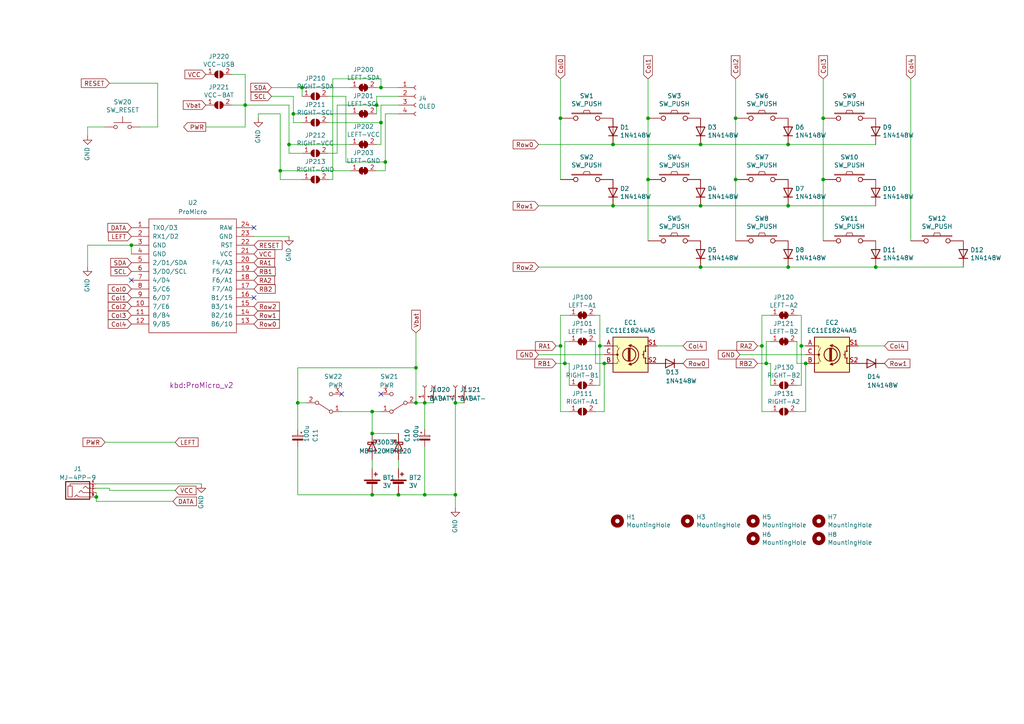
<source format=kicad_sch>
(kicad_sch (version 20211123) (generator eeschema)
  (paper "A4")
  (title_block (title "nilgiri (Left hand keypad)") (date "2019-09-26") (rev "0.01"))
  (lib_symbols
    (symbol "Connector:Conn_01x01_Female" (pin_names (offset 1.016) hide)
      (property "Reference" "J" (at 0 2.54 0))
      (property "Value" "Conn_01x01_Female" (at 0 -2.54 0))
      (symbol "Conn_01x01_Female_1_1"
        (polyline (pts (xy -1.27 0) (xy -0.508 0)) (stroke (width 0.1524)))
        (arc (start 0 0.508) (mid -0.508 0) (end 0 -0.508) (stroke (width 0.1524)))
        (pin passive line (at -5.08 0 0) (length 3.81) (name "Pin_1") (number "1"))
      )
    )
    (symbol "Connector:Conn_01x04_Female" (pin_names (offset 1.016) hide)
      (property "Reference" "J" (at 0 5.08 0))
      (property "Value" "Conn_01x04_Female" (at 0 -7.62 0))
      (symbol "Conn_01x04_Female_1_1"
        (arc (start 0 -4.572) (mid -0.508 -5.08) (end 0 -5.588) (stroke (width 0.1524)))
        (arc (start 0 -2.032) (mid -0.508 -2.54) (end 0 -3.048) (stroke (width 0.1524)))
        (polyline (pts (xy -1.27 -5.08) (xy -0.508 -5.08)) (stroke (width 0.1524)))
        (polyline (pts (xy -1.27 -2.54) (xy -0.508 -2.54)) (stroke (width 0.1524)))
        (polyline (pts (xy -1.27 0) (xy -0.508 0)) (stroke (width 0.1524)))
        (polyline (pts (xy -1.27 2.54) (xy -0.508 2.54)) (stroke (width 0.1524)))
        (arc (start 0 0.508) (mid -0.508 0) (end 0 -0.508) (stroke (width 0.1524)))
        (arc (start 0 3.048) (mid -0.508 2.54) (end 0 2.032) (stroke (width 0.1524)))
        (pin passive line (at -5.08 2.54 0) (length 3.81) (name "Pin_1") (number "1"))
        (pin passive line (at -5.08 0 0) (length 3.81) (name "Pin_2") (number "2"))
        (pin passive line (at -5.08 -2.54 0) (length 3.81) (name "Pin_3") (number "3"))
        (pin passive line (at -5.08 -5.08 0) (length 3.81) (name "Pin_4") (number "4"))
      )
    )
    (symbol "Device:Battery_Cell" (pin_numbers hide) (pin_names (offset 0) hide)
      (property "Reference" "BT" (at 2.54 2.54 0))
      (property "Value" "Battery_Cell" (at 2.54 0 0))
      (symbol "Battery_Cell_0_1"
        (rectangle (start -2.286 1.778) (end 2.286 1.524) (fill (type outline)))
        (rectangle (start -1.5748 1.1938) (end 1.4732 0.6858) (fill (type outline)))
        (polyline (pts (xy 0 0.762) (xy 0 0)))
        (polyline (pts (xy 0 1.778) (xy 0 2.54)))
        (polyline (pts (xy 0.508 3.429) (xy 1.524 3.429)) (stroke (width 0.254)))
        (polyline (pts (xy 1.016 3.937) (xy 1.016 2.921)) (stroke (width 0.254)))
      )
      (symbol "Battery_Cell_1_1"
        (pin passive line (at 0 5.08 270) (length 2.54) (name "+") (number "1"))
        (pin passive line (at 0 -2.54 90) (length 2.54) (name "-") (number "2"))
      )
    )
    (symbol "Device:D" (pin_numbers hide) (pin_names (offset 1.016) hide)
      (property "Reference" "D" (at 0 2.54 0))
      (property "Value" "D" (at 0 -2.54 0))
      (symbol "D_0_1"
        (polyline (pts (xy -1.27 1.27) (xy -1.27 -1.27)) (stroke (width 0.254)))
        (polyline (pts (xy 1.27 0) (xy -1.27 0)))
        (polyline (pts (xy 1.27 1.27) (xy 1.27 -1.27) (xy -1.27 0) (xy 1.27 1.27)) (stroke (width 0.254)))
      )
      (symbol "D_1_1"
        (pin passive line (at -3.81 0 0) (length 2.54) (name "K") (number "1"))
        (pin passive line (at 3.81 0 180) (length 2.54) (name "A") (number "2"))
      )
    )
    (symbol "Device:D_Schottky" (pin_numbers hide) (pin_names (offset 1.016) hide)
      (property "Reference" "D" (at 0 2.54 0))
      (property "Value" "D_Schottky" (at 0 -2.54 0))
      (symbol "D_Schottky_0_1"
        (polyline (pts (xy 1.27 0) (xy -1.27 0)))
        (polyline (pts (xy 1.27 1.27) (xy 1.27 -1.27) (xy -1.27 0) (xy 1.27 1.27)) (stroke (width 0.254)))
        (polyline (pts (xy -1.905 0.635) (xy -1.905 1.27) (xy -1.27 1.27) (xy -1.27 -1.27) (xy -0.635 -1.27) (xy -0.635 -0.635)) (stroke (width 0.254)))
      )
      (symbol "D_Schottky_1_1"
        (pin passive line (at -3.81 0 0) (length 2.54) (name "K") (number "1"))
        (pin passive line (at 3.81 0 180) (length 2.54) (name "A") (number "2"))
      )
    )
    (symbol "Jumper:SolderJumper_2_Bridged" (pin_names (offset 0) hide)
      (property "Reference" "JP" (at 0 2.032 0))
      (property "Value" "SolderJumper_2_Bridged" (at 0 -2.54 0))
      (symbol "SolderJumper_2_Bridged_0_1"
        (rectangle (start -0.508 0.508) (end 0.508 -0.508) (fill (type outline)))
        (arc (start -0.254 1.016) (mid -1.27 0) (end -0.254 -1.016))
        (arc (start -0.254 1.016) (mid -1.27 0) (end -0.254 -1.016) (fill (type outline)))
        (polyline (pts (xy -0.254 1.016) (xy -0.254 -1.016)))
        (polyline (pts (xy 0.254 1.016) (xy 0.254 -1.016)))
        (arc (start 0.254 -1.016) (mid 1.27 0) (end 0.254 1.016))
        (arc (start 0.254 -1.016) (mid 1.27 0) (end 0.254 1.016) (fill (type outline)))
      )
      (symbol "SolderJumper_2_Bridged_1_1"
        (pin passive line (at -3.81 0 0) (length 2.54) (name "A") (number "1"))
        (pin passive line (at 3.81 0 180) (length 2.54) (name "B") (number "2"))
      )
    )
    (symbol "Jumper:SolderJumper_2_Open" (pin_names (offset 0) hide)
      (property "Reference" "JP" (at 0 2.032 0))
      (property "Value" "SolderJumper_2_Open" (at 0 -2.54 0))
      (symbol "SolderJumper_2_Open_0_1"
        (arc (start -0.254 1.016) (mid -1.27 0) (end -0.254 -1.016))
        (arc (start -0.254 1.016) (mid -1.27 0) (end -0.254 -1.016) (fill (type outline)))
        (polyline (pts (xy -0.254 1.016) (xy -0.254 -1.016)))
        (polyline (pts (xy 0.254 1.016) (xy 0.254 -1.016)))
        (arc (start 0.254 -1.016) (mid 1.27 0) (end 0.254 1.016))
        (arc (start 0.254 -1.016) (mid 1.27 0) (end 0.254 1.016) (fill (type outline)))
      )
      (symbol "SolderJumper_2_Open_1_1"
        (pin passive line (at -3.81 0 0) (length 2.54) (name "A") (number "1"))
        (pin passive line (at 3.81 0 180) (length 2.54) (name "B") (number "2"))
      )
    )
    (symbol "Mechanical:MountingHole" (pin_names (offset 1.016))
      (property "Reference" "H" (at 0 5.08 0))
      (property "Value" "MountingHole" (at 0 3.175 0))
      (symbol "MountingHole_0_1"
        (circle (center 0 0) (radius 1.27) (stroke (width 1.27)))
      )
    )
    (symbol "Switch:SW_Push" (pin_numbers hide) (pin_names (offset 1.016) hide)
      (property "Reference" "SW" (at 1.27 2.54 0))
      (property "Value" "SW_Push" (at 0 -1.524 0))
      (symbol "SW_Push_0_1"
        (circle (center -2.032 0) (radius 0.508))
        (polyline (pts (xy 0 1.27) (xy 0 3.048)))
        (polyline (pts (xy 2.54 1.27) (xy -2.54 1.27)))
        (circle (center 2.032 0) (radius 0.508))
        (pin passive line (at -5.08 0 0) (length 2.54) (name "1") (number "1"))
        (pin passive line (at 5.08 0 180) (length 2.54) (name "2") (number "2"))
      )
    )
    (symbol "Switch:SW_SPDT" (pin_names (offset 0) hide)
      (property "Reference" "SW" (at 0 4.318 0))
      (property "Value" "SW_SPDT" (at 0 -5.08 0))
      (symbol "SW_SPDT_0_0"
        (circle (center -2.032 0) (radius 0.508))
        (circle (center 2.032 -2.54) (radius 0.508))
      )
      (symbol "SW_SPDT_0_1"
        (polyline (pts (xy -1.524 0.254) (xy 1.651 2.286)))
        (circle (center 2.032 2.54) (radius 0.508))
      )
      (symbol "SW_SPDT_1_1"
        (pin passive line (at 5.08 2.54 180) (length 2.54) (name "A") (number "1"))
        (pin passive line (at -5.08 0 0) (length 2.54) (name "B") (number "2"))
        (pin passive line (at 5.08 -2.54 180) (length 2.54) (name "C") (number "3"))
      )
    )
    (symbol "kbd:MJ-4PP-9" (pin_names (offset 1.016))
      (property "Reference" "J" (at 0 3.81 0))
      (property "Value" "MJ-4PP-9" (at 0 -3.81 0))
      (symbol "MJ-4PP-9_0_1"
        (rectangle (start -1.905 -1.905) (end -3.175 1.27))
        (polyline (pts (xy -2.54 1.27) (xy -2.54 1.905) (xy 3.175 1.905)))
        (polyline (pts (xy -1.27 -1.905) (xy -0.635 -1.27) (xy 0 -1.905) (xy 3.175 -1.905)))
        (polyline (pts (xy 0 -0.635) (xy 0.635 0) (xy 1.27 -0.635) (xy 3.175 -0.635)))
        (polyline (pts (xy 1.27 0.635) (xy 1.905 1.27) (xy 2.54 0.635) (xy 3.175 0.635)))
        (rectangle (start 3.175 2.54) (end -3.81 -2.54) (stroke (width 0.3048)))
      )
      (symbol "MJ-4PP-9_1_1"
        (pin input line (at 5.08 1.905 180) (length 2.0066) (name "~") (number "A"))
        (pin input line (at 5.08 -1.905 180) (length 2.0066) (name "~") (number "B"))
        (pin input line (at 5.08 -0.635 180) (length 2.0066) (name "~") (number "C"))
        (pin input line (at 5.08 0.635 180) (length 2.0066) (name "~") (number "D"))
      )
    )
    (symbol "palette1202-PM-rescue:CP_Small-Device" (pin_numbers hide) (pin_names (offset 0.254) hide)
      (property "Reference" "C" (at 0.254 1.778 0))
      (property "Value" "CP_Small-Device" (at 0.254 -2.032 0))
      (symbol "CP_Small-Device_0_1"
        (rectangle (start -1.524 -0.3048) (end 1.524 -0.6858) (fill (type outline)))
        (rectangle (start -1.524 0.6858) (end 1.524 0.3048))
        (polyline (pts (xy -1.27 1.524) (xy -0.762 1.524)))
        (polyline (pts (xy -1.016 1.27) (xy -1.016 1.778)))
      )
      (symbol "CP_Small-Device_1_1"
        (pin passive line (at 0 2.54 270) (length 1.8542) (name "~") (number "1"))
        (pin passive line (at 0 -2.54 90) (length 1.8542) (name "~") (number "2"))
      )
    )
    (symbol "palette1202-PM-rescue:ProMicro-kbd" (pin_names (offset 1.016))
      (property "Reference" "U" (at 0 24.13 0))
      (property "Value" "ProMicro-kbd" (at 0 -13.97 0))
      (symbol "ProMicro-kbd_0_1"
        (rectangle (start -12.7 21.59) (end 12.7 -11.43))
      )
      (symbol "ProMicro-kbd_1_1"
        (pin bidirectional line (at -17.78 19.05 0) (length 5.08) (name "TX0/D3") (number "1"))
        (pin bidirectional line (at -17.78 -3.81 0) (length 5.08) (name "7/E6") (number "10"))
        (pin bidirectional line (at -17.78 -6.35 0) (length 5.08) (name "8/B4") (number "11"))
        (pin bidirectional line (at -17.78 -8.89 0) (length 5.08) (name "9/B5") (number "12"))
        (pin bidirectional line (at 17.78 -8.89 180) (length 5.08) (name "B6/10") (number "13"))
        (pin bidirectional line (at 17.78 -6.35 180) (length 5.08) (name "B2/16") (number "14"))
        (pin bidirectional line (at 17.78 -3.81 180) (length 5.08) (name "B3/14") (number "15"))
        (pin bidirectional line (at 17.78 -1.27 180) (length 5.08) (name "B1/15") (number "16"))
        (pin bidirectional line (at 17.78 1.27 180) (length 5.08) (name "F7/A0") (number "17"))
        (pin bidirectional line (at 17.78 3.81 180) (length 5.08) (name "F6/A1") (number "18"))
        (pin bidirectional line (at 17.78 6.35 180) (length 5.08) (name "F5/A2") (number "19"))
        (pin bidirectional line (at -17.78 16.51 0) (length 5.08) (name "RX1/D2") (number "2"))
        (pin bidirectional line (at 17.78 8.89 180) (length 5.08) (name "F4/A3") (number "20"))
        (pin power_in line (at 17.78 11.43 180) (length 5.08) (name "VCC") (number "21"))
        (pin input line (at 17.78 13.97 180) (length 5.08) (name "RST") (number "22"))
        (pin power_in line (at 17.78 16.51 180) (length 5.08) (name "GND") (number "23"))
        (pin power_out line (at 17.78 19.05 180) (length 5.08) (name "RAW") (number "24"))
        (pin power_in line (at -17.78 13.97 0) (length 5.08) (name "GND") (number "3"))
        (pin power_in line (at -17.78 11.43 0) (length 5.08) (name "GND") (number "4"))
        (pin bidirectional line (at -17.78 8.89 0) (length 5.08) (name "2/D1/SDA") (number "5"))
        (pin bidirectional line (at -17.78 6.35 0) (length 5.08) (name "3/D0/SCL") (number "6"))
        (pin bidirectional line (at -17.78 3.81 0) (length 5.08) (name "4/D4") (number "7"))
        (pin bidirectional line (at -17.78 1.27 0) (length 5.08) (name "5/C6") (number "8"))
        (pin bidirectional line (at -17.78 -1.27 0) (length 5.08) (name "6/D7") (number "9"))
      )
    )
    (symbol "palette1202-PM-rescue:Rotary_Encoder_Switch-Device" (pin_names (offset 0.254) hide)
      (property "Reference" "SW" (at 0 6.604 0))
      (property "Value" "Rotary_Encoder_Switch-Device" (at 0 -6.604 0))
      (symbol "Rotary_Encoder_Switch-Device_0_1"
        (rectangle (start -5.08 5.08) (end 5.08 -5.08) (stroke (width 0.254)) (fill (type background)))
        (circle (center -3.81 0) (radius 0.254) (fill (type outline)))
        (arc (start -0.381 -2.794) (mid 2.3622 -0.0508) (end -0.381 2.667) (stroke (width 0.254)))
        (circle (center -0.381 0) (radius 1.905) (stroke (width 0.254)))
        (polyline (pts (xy -0.635 -1.778) (xy -0.635 1.778)) (stroke (width 0.254)))
        (polyline (pts (xy -0.381 -1.778) (xy -0.381 1.778)) (stroke (width 0.254)))
        (polyline (pts (xy -0.127 1.778) (xy -0.127 -1.778)) (stroke (width 0.254)))
        (polyline (pts (xy 3.81 0) (xy 3.429 0)) (stroke (width 0.254)))
        (polyline (pts (xy 3.81 1.016) (xy 3.81 -1.016)) (stroke (width 0.254)))
        (polyline (pts (xy -5.08 -2.54) (xy -3.81 -2.54) (xy -3.81 -2.032)))
        (polyline (pts (xy -5.08 2.54) (xy -3.81 2.54) (xy -3.81 2.032)))
        (polyline (pts (xy 0.254 -3.048) (xy -0.508 -2.794) (xy 0.127 -2.413)) (stroke (width 0.254)))
        (polyline (pts (xy 0.254 2.921) (xy -0.508 2.667) (xy 0.127 2.286)) (stroke (width 0.254)))
        (polyline (pts (xy 5.08 -2.54) (xy 4.318 -2.54) (xy 4.318 -1.016)) (stroke (width 0.254)))
        (polyline (pts (xy 5.08 2.54) (xy 4.318 2.54) (xy 4.318 1.016)) (stroke (width 0.254)))
        (polyline (pts (xy -5.08 0) (xy -3.81 0) (xy -3.81 -1.016) (xy -3.302 -2.032)))
        (polyline (pts (xy -4.318 0) (xy -3.81 0) (xy -3.81 1.016) (xy -3.302 2.032)))
        (circle (center 4.318 -1.016) (radius 0.127) (stroke (width 0.254)))
        (circle (center 4.318 1.016) (radius 0.127) (stroke (width 0.254)))
      )
      (symbol "Rotary_Encoder_Switch-Device_1_1"
        (pin passive line (at -7.62 2.54 0) (length 2.54) (name "A") (number "A"))
        (pin passive line (at -7.62 -2.54 0) (length 2.54) (name "B") (number "B"))
        (pin passive line (at -7.62 0 0) (length 2.54) (name "C") (number "C"))
        (pin passive line (at 7.62 2.54 180) (length 2.54) (name "S1") (number "S1"))
        (pin passive line (at 7.62 -2.54 180) (length 2.54) (name "S2") (number "S2"))
      )
    )
    (symbol "palette1202-PM-rescue:SW_PUSH-kbd" (pin_numbers hide) (pin_names (offset 1.016) hide)
      (property "Reference" "SW" (at 3.81 2.794 0))
      (property "Value" "SW_PUSH-kbd" (at 0 -2.032 0))
      (symbol "SW_PUSH-kbd_0_1"
        (rectangle (start -4.318 1.27) (end 4.318 1.524))
        (polyline (pts (xy -1.016 1.524) (xy -0.762 2.286) (xy 0.762 2.286) (xy 1.016 1.524)))
        (pin passive inverted (at -7.62 0 0) (length 5.08) (name "1") (number "1"))
        (pin passive inverted (at 7.62 0 180) (length 5.08) (name "2") (number "2"))
      )
    )
    (symbol "power:GND" (power) (pin_names (offset 0))
      (property "Value" "GND" (at 0 -3.81 0))
      (symbol "GND_0_1"
        (polyline (pts (xy 0 0) (xy 0 -1.27) (xy 1.27 -1.27) (xy 0 -2.54) (xy -1.27 -1.27) (xy 0 -1.27)))
      )
      (symbol "GND_1_1"
        (pin power_in line (at 0 0 270) (length 0) hide (name "GND") (number "1"))
      )
    )
  )
  (junction (at 107.95 143.51))
  (junction (at 222.25 105.41))
  (junction (at 238.76 52.07))
  (junction (at 38.1 71.12))
  (junction (at 162.56 34.29))
  (junction (at 81.28 49.53))
  (junction (at 123.19 116.84))
  (junction (at 110.49 35.56))
  (junction (at 228.6 41.91))
  (junction (at 71.12 30.48))
  (junction (at 86.36 116.84))
  (junction (at 254 77.47))
  (junction (at 203.2 77.47))
  (junction (at 87.63 25.4))
  (junction (at 173.99 100.33))
  (junction (at 177.8 59.69))
  (junction (at 203.2 59.69))
  (junction (at 238.76 34.29))
  (junction (at 175.26 105.41))
  (junction (at 132.08 116.84))
  (junction (at 111.76 46.99))
  (junction (at 107.95 119.38))
  (junction (at 27.94 144.145))
  (junction (at 83.82 41.91))
  (junction (at 120.65 106.68))
  (junction (at 187.96 52.07))
  (junction (at 213.36 52.07))
  (junction (at 228.6 77.47))
  (junction (at 163.83 105.41))
  (junction (at 213.36 34.29))
  (junction (at 162.56 100.33))
  (junction (at 220.98 100.33))
  (junction (at 110.49 25.4))
  (junction (at 228.6 59.69))
  (junction (at 109.22 30.48))
  (junction (at 107.95 125.73))
  (junction (at 132.08 143.51))
  (junction (at 233.68 105.41))
  (junction (at 120.65 116.84))
  (junction (at 85.09 33.02))
  (junction (at 187.96 34.29))
  (junction (at 115.57 143.51))
  (junction (at 203.2 41.91))
  (junction (at 232.41 100.33))
  (junction (at 177.8 41.91))
  (junction (at 123.19 143.51))
  (no_connect (at 38.1 81.28))
  (no_connect (at 73.66 86.36))
  (no_connect (at 110.49 114.3))
  (no_connect (at 99.06 114.3))
  (no_connect (at 73.66 66.04))
  (wire (pts (xy 109.22 30.48) (xy 109.22 33.02)))
  (wire (pts (xy 107.95 119.38) (xy 107.95 125.73)))
  (wire (pts (xy 25.4 39.37) (xy 25.4 36.83)))
  (wire (pts (xy 132.08 116.84) (xy 132.08 143.51)))
  (wire (pts (xy 228.6 77.47) (xy 254 77.47)))
  (wire (pts (xy 165.1 111.76) (xy 165.1 105.41)))
  (wire (pts (xy 162.56 22.86) (xy 162.56 34.29)))
  (wire (pts (xy 111.76 33.02) (xy 115.57 33.02)))
  (wire (pts (xy 109.22 49.53) (xy 111.76 49.53)))
  (wire (pts (xy 222.25 105.41) (xy 219.71 105.41)))
  (wire (pts (xy 81.28 49.53) (xy 81.28 33.02)))
  (wire (pts (xy 213.36 52.07) (xy 213.36 69.85)))
  (wire (pts (xy 83.82 44.45) (xy 87.63 44.45)))
  (wire (pts (xy 67.31 21.59) (xy 71.12 21.59)))
  (wire (pts (xy 109.22 27.94) (xy 109.22 30.48)))
  (wire (pts (xy 132.08 143.51) (xy 132.08 147.32)))
  (wire (pts (xy 83.82 41.91) (xy 83.82 44.45)))
  (wire (pts (xy 31.75 141.605) (xy 31.75 142.24)))
  (wire (pts (xy 71.12 30.48) (xy 83.82 30.48)))
  (wire (pts (xy 233.68 100.33) (xy 232.41 100.33)))
  (wire (pts (xy 83.82 41.91) (xy 101.6 41.91)))
  (wire (pts (xy 110.49 25.4) (xy 115.57 25.4)))
  (wire (pts (xy 38.1 73.66) (xy 38.1 71.12)))
  (wire (pts (xy 115.57 133.35) (xy 115.57 135.89)))
  (wire (pts (xy 156.21 102.87) (xy 175.26 102.87)))
  (wire (pts (xy 27.94 145.415) (xy 27.94 144.145)))
  (wire (pts (xy 238.76 69.85) (xy 238.76 52.07)))
  (wire (pts (xy 85.09 33.02) (xy 101.6 33.02)))
  (wire (pts (xy 177.8 59.69) (xy 203.2 59.69)))
  (wire (pts (xy 232.41 91.44) (xy 232.41 100.33)))
  (wire (pts (xy 220.98 100.33) (xy 219.71 100.33)))
  (wire (pts (xy 220.98 119.38) (xy 223.52 119.38)))
  (wire (pts (xy 86.36 124.46) (xy 86.36 116.84)))
  (wire (pts (xy 100.33 46.99) (xy 111.76 46.99)))
  (wire (pts (xy 85.09 35.56) (xy 85.09 33.02)))
  (wire (pts (xy 163.83 99.06) (xy 163.83 105.41)))
  (wire (pts (xy 25.4 71.12) (xy 25.4 77.47)))
  (wire (pts (xy 233.68 105.41) (xy 233.68 119.38)))
  (wire (pts (xy 203.2 41.91) (xy 228.6 41.91)))
  (wire (pts (xy 187.96 34.29) (xy 187.96 52.07)))
  (wire (pts (xy 173.99 91.44) (xy 173.99 100.33)))
  (wire (pts (xy 228.6 41.91) (xy 254 41.91)))
  (wire (pts (xy 115.57 143.51) (xy 123.19 143.51)))
  (wire (pts (xy 97.79 30.48) (xy 109.22 30.48)))
  (wire (pts (xy 71.12 36.83) (xy 59.69 36.83)))
  (wire (pts (xy 123.19 129.54) (xy 123.19 143.51)))
  (wire (pts (xy 83.82 30.48) (xy 83.82 41.91)))
  (wire (pts (xy 30.48 128.27) (xy 50.8 128.27)))
  (wire (pts (xy 67.31 30.48) (xy 71.12 30.48)))
  (wire (pts (xy 123.19 143.51) (xy 132.08 143.51)))
  (wire (pts (xy 27.94 142.875) (xy 27.94 144.145)))
  (wire (pts (xy 88.9 116.84) (xy 86.36 116.84)))
  (wire (pts (xy 172.72 105.41) (xy 175.26 105.41)))
  (wire (pts (xy 50.8 142.24) (xy 31.75 142.24)))
  (wire (pts (xy 86.36 116.84) (xy 86.36 106.68)))
  (wire (pts (xy 87.63 27.94) (xy 87.63 25.4)))
  (wire (pts (xy 110.49 22.86) (xy 110.49 25.4)))
  (wire (pts (xy 81.28 49.53) (xy 81.28 52.07)))
  (wire (pts (xy 86.36 106.68) (xy 120.65 106.68)))
  (wire (pts (xy 99.06 119.38) (xy 107.95 119.38)))
  (wire (pts (xy 101.6 49.53) (xy 81.28 49.53)))
  (wire (pts (xy 177.8 41.91) (xy 203.2 41.91)))
  (wire (pts (xy 81.28 52.07) (xy 87.63 52.07)))
  (wire (pts (xy 95.25 52.07) (xy 96.52 52.07)))
  (wire (pts (xy 110.49 41.91) (xy 109.22 41.91)))
  (wire (pts (xy 214.63 102.87) (xy 233.68 102.87)))
  (wire (pts (xy 120.65 116.84) (xy 123.19 116.84)))
  (wire (pts (xy 111.76 49.53) (xy 111.76 46.99)))
  (wire (pts (xy 232.41 91.44) (xy 231.14 91.44)))
  (wire (pts (xy 96.52 22.86) (xy 110.49 22.86)))
  (wire (pts (xy 87.63 35.56) (xy 85.09 35.56)))
  (wire (pts (xy 231.14 111.76) (xy 232.41 111.76)))
  (wire (pts (xy 231.14 119.38) (xy 233.68 119.38)))
  (wire (pts (xy 31.75 24.13) (xy 45.72 24.13)))
  (wire (pts (xy 172.72 99.06) (xy 172.72 105.41)))
  (wire (pts (xy 100.33 27.94) (xy 100.33 46.99)))
  (wire (pts (xy 83.82 68.58) (xy 73.66 68.58)))
  (wire (pts (xy 107.95 125.73) (xy 115.57 125.73)))
  (wire (pts (xy 101.6 25.4) (xy 87.63 25.4)))
  (wire (pts (xy 162.56 119.38) (xy 165.1 119.38)))
  (wire (pts (xy 38.1 71.12) (xy 25.4 71.12)))
  (wire (pts (xy 162.56 100.33) (xy 162.56 91.44)))
  (wire (pts (xy 228.6 59.69) (xy 254 59.69)))
  (wire (pts (xy 190.5 100.33) (xy 198.12 100.33)))
  (wire (pts (xy 71.12 30.48) (xy 71.12 36.83)))
  (wire (pts (xy 45.72 24.13) (xy 45.72 36.83)))
  (wire (pts (xy 173.99 91.44) (xy 172.72 91.44)))
  (wire (pts (xy 256.54 100.33) (xy 248.92 100.33)))
  (wire (pts (xy 264.16 22.86) (xy 264.16 69.85)))
  (wire (pts (xy 231.14 99.06) (xy 231.14 105.41)))
  (wire (pts (xy 86.36 143.51) (xy 107.95 143.51)))
  (wire (pts (xy 254 77.47) (xy 279.4 77.47)))
  (wire (pts (xy 213.36 22.86) (xy 213.36 34.29)))
  (wire (pts (xy 107.95 135.89) (xy 107.95 133.35)))
  (wire (pts (xy 238.76 34.29) (xy 238.76 22.86)))
  (wire (pts (xy 95.25 44.45) (xy 97.79 44.45)))
  (wire (pts (xy 172.72 111.76) (xy 173.99 111.76)))
  (wire (pts (xy 111.76 46.99) (xy 111.76 33.02)))
  (wire (pts (xy 222.25 99.06) (xy 222.25 105.41)))
  (wire (pts (xy 232.41 100.33) (xy 232.41 111.76)))
  (wire (pts (xy 172.72 119.38) (xy 175.26 119.38)))
  (wire (pts (xy 238.76 52.07) (xy 238.76 34.29)))
  (wire (pts (xy 120.65 106.68) (xy 120.65 116.84)))
  (wire (pts (xy 165.1 105.41) (xy 163.83 105.41)))
  (wire (pts (xy 115.57 27.94) (xy 109.22 27.94)))
  (wire (pts (xy 123.19 116.84) (xy 125.73 116.84)))
  (wire (pts (xy 134.62 116.84) (xy 132.08 116.84)))
  (wire (pts (xy 156.21 41.91) (xy 177.8 41.91)))
  (wire (pts (xy 175.26 100.33) (xy 173.99 100.33)))
  (wire (pts (xy 109.22 25.4) (xy 110.49 25.4)))
  (wire (pts (xy 187.96 52.07) (xy 187.96 69.85)))
  (wire (pts (xy 213.36 34.29) (xy 213.36 52.07)))
  (wire (pts (xy 120.65 96.52) (xy 120.65 106.68)))
  (wire (pts (xy 25.4 36.83) (xy 30.48 36.83)))
  (wire (pts (xy 107.95 143.51) (xy 115.57 143.51)))
  (wire (pts (xy 173.99 100.33) (xy 173.99 111.76)))
  (wire (pts (xy 175.26 105.41) (xy 175.26 119.38)))
  (wire (pts (xy 110.49 30.48) (xy 110.49 35.56)))
  (wire (pts (xy 223.52 99.06) (xy 222.25 99.06)))
  (wire (pts (xy 220.98 100.33) (xy 220.98 119.38)))
  (wire (pts (xy 162.56 100.33) (xy 161.29 100.33)))
  (wire (pts (xy 78.74 27.94) (xy 85.09 27.94)))
  (wire (pts (xy 86.36 129.54) (xy 86.36 143.51)))
  (wire (pts (xy 165.1 91.44) (xy 162.56 91.44)))
  (wire (pts (xy 163.83 105.41) (xy 161.29 105.41)))
  (wire (pts (xy 231.14 105.41) (xy 233.68 105.41)))
  (wire (pts (xy 162.56 34.29) (xy 162.56 52.07)))
  (wire (pts (xy 74.93 33.02) (xy 74.93 34.29)))
  (wire (pts (xy 220.98 100.33) (xy 220.98 91.44)))
  (wire (pts (xy 110.49 119.38) (xy 107.95 119.38)))
  (wire (pts (xy 110.49 35.56) (xy 110.49 41.91)))
  (wire (pts (xy 203.2 77.47) (xy 228.6 77.47)))
  (wire (pts (xy 71.12 21.59) (xy 71.12 30.48)))
  (wire (pts (xy 203.2 59.69) (xy 228.6 59.69)))
  (wire (pts (xy 50.165 145.415) (xy 27.94 145.415)))
  (wire (pts (xy 74.93 33.02) (xy 81.28 33.02)))
  (wire (pts (xy 156.21 77.47) (xy 203.2 77.47)))
  (wire (pts (xy 96.52 52.07) (xy 96.52 22.86)))
  (wire (pts (xy 27.94 140.335) (xy 58.42 140.335)))
  (wire (pts (xy 223.52 111.76) (xy 223.52 105.41)))
  (wire (pts (xy 85.09 27.94) (xy 85.09 33.02)))
  (wire (pts (xy 187.96 22.86) (xy 187.96 34.29)))
  (wire (pts (xy 95.25 35.56) (xy 110.49 35.56)))
  (wire (pts (xy 95.25 27.94) (xy 100.33 27.94)))
  (wire (pts (xy 223.52 105.41) (xy 222.25 105.41)))
  (wire (pts (xy 162.56 100.33) (xy 162.56 119.38)))
  (wire (pts (xy 123.19 124.46) (xy 123.19 116.84)))
  (wire (pts (xy 87.63 25.4) (xy 78.74 25.4)))
  (wire (pts (xy 156.21 59.69) (xy 177.8 59.69)))
  (wire (pts (xy 97.79 44.45) (xy 97.79 30.48)))
  (wire (pts (xy 115.57 30.48) (xy 110.49 30.48)))
  (wire (pts (xy 27.94 141.605) (xy 31.75 141.605)))
  (wire (pts (xy 165.1 99.06) (xy 163.83 99.06)))
  (wire (pts (xy 223.52 91.44) (xy 220.98 91.44)))
  (wire (pts (xy 40.64 36.83) (xy 45.72 36.83)))
  (global_label "Row2" (shape input) (at 156.21 77.47 180) (property "Intersheet References" "${INTERSHEET_REFS}" (effects hide)))
  (global_label "PWR" (shape input) (at 30.48 128.27 180) (property "Intersheet References" "${INTERSHEET_REFS}" (effects hide)))
  (global_label "RESET" (shape input) (at 73.66 71.12 0) (property "Intersheet References" "${INTERSHEET_REFS}" (effects hide)))
  (global_label "VCC" (shape input) (at 50.8 142.24 0) (property "Intersheet References" "${INTERSHEET_REFS}" (effects hide)))
  (global_label "Col0" (shape input) (at 162.56 22.86 90) (property "Intersheet References" "${INTERSHEET_REFS}" (effects hide)))
  (global_label "DATA" (shape input) (at 50.165 145.415 0) (property "Intersheet References" "${INTERSHEET_REFS}" (effects hide)))
  (global_label "DATA" (shape input) (at 38.1 66.04 180) (property "Intersheet References" "${INTERSHEET_REFS}" (effects hide)))
  (global_label "Row1" (shape input) (at 256.54 105.41 0) (property "Intersheet References" "${INTERSHEET_REFS}" (effects hide)))
  (global_label "VCC" (shape input) (at 73.66 73.66 0) (property "Intersheet References" "${INTERSHEET_REFS}" (effects hide)))
  (global_label "SCL" (shape input) (at 38.1 78.74 180) (property "Intersheet References" "${INTERSHEET_REFS}" (effects hide)))
  (global_label "RB1" (shape input) (at 73.66 78.74 0) (property "Intersheet References" "${INTERSHEET_REFS}" (effects hide)))
  (global_label "Col4" (shape input) (at 264.16 22.86 90) (property "Intersheet References" "${INTERSHEET_REFS}" (effects hide)))
  (global_label "Col2" (shape input) (at 38.1 88.9 180) (property "Intersheet References" "${INTERSHEET_REFS}" (effects hide)))
  (global_label "PWR" (shape output) (at 59.69 36.83 180) (property "Intersheet References" "${INTERSHEET_REFS}" (effects hide)))
  (global_label "Row2" (shape input) (at 73.66 88.9 0) (property "Intersheet References" "${INTERSHEET_REFS}" (effects hide)))
  (global_label "Vbat" (shape input) (at 120.65 96.52 90) (property "Intersheet References" "${INTERSHEET_REFS}" (effects hide)))
  (global_label "Col4" (shape input) (at 198.12 100.33 0) (property "Intersheet References" "${INTERSHEET_REFS}" (effects hide)))
  (global_label "RB1" (shape input) (at 161.29 105.41 180) (property "Intersheet References" "${INTERSHEET_REFS}" (effects hide)))
  (global_label "Row0" (shape input) (at 198.12 105.41 0) (property "Intersheet References" "${INTERSHEET_REFS}" (effects hide)))
  (global_label "RB2" (shape input) (at 219.71 105.41 180) (property "Intersheet References" "${INTERSHEET_REFS}" (effects hide)))
  (global_label "RA2" (shape input) (at 219.71 100.33 180) (property "Intersheet References" "${INTERSHEET_REFS}" (effects hide)))
  (global_label "SCL" (shape input) (at 78.74 27.94 180) (property "Intersheet References" "${INTERSHEET_REFS}" (effects hide)))
  (global_label "RA2" (shape input) (at 73.66 81.28 0) (property "Intersheet References" "${INTERSHEET_REFS}" (effects hide)))
  (global_label "Col0" (shape input) (at 38.1 83.82 180) (property "Intersheet References" "${INTERSHEET_REFS}" (effects hide)))
  (global_label "Col1" (shape input) (at 187.96 22.86 90) (property "Intersheet References" "${INTERSHEET_REFS}" (effects hide)))
  (global_label "Col3" (shape input) (at 38.1 91.44 180) (property "Intersheet References" "${INTERSHEET_REFS}" (effects hide)))
  (global_label "Row0" (shape input) (at 73.66 93.98 0) (property "Intersheet References" "${INTERSHEET_REFS}" (effects hide)))
  (global_label "Col4" (shape input) (at 256.54 100.33 0) (property "Intersheet References" "${INTERSHEET_REFS}" (effects hide)))
  (global_label "SDA" (shape input) (at 38.1 76.2 180) (property "Intersheet References" "${INTERSHEET_REFS}" (effects hide)))
  (global_label "Vbat" (shape input) (at 59.69 30.48 180) (property "Intersheet References" "${INTERSHEET_REFS}" (effects hide)))
  (global_label "VCC" (shape input) (at 59.69 21.59 180) (property "Intersheet References" "${INTERSHEET_REFS}" (effects hide)))
  (global_label "Col2" (shape input) (at 213.36 22.86 90) (property "Intersheet References" "${INTERSHEET_REFS}" (effects hide)))
  (global_label "Col3" (shape input) (at 238.76 22.86 90) (property "Intersheet References" "${INTERSHEET_REFS}" (effects hide)))
  (global_label "GND" (shape input) (at 156.21 102.87 180) (property "Intersheet References" "${INTERSHEET_REFS}" (effects hide)))
  (global_label "Col4" (shape input) (at 38.1 93.98 180) (property "Intersheet References" "${INTERSHEET_REFS}" (effects hide)))
  (global_label "RA1" (shape input) (at 161.29 100.33 180) (property "Intersheet References" "${INTERSHEET_REFS}" (effects hide)))
  (global_label "Row0" (shape input) (at 156.21 41.91 180) (property "Intersheet References" "${INTERSHEET_REFS}" (effects hide)))
  (global_label "LEFT" (shape input) (at 38.1 68.58 180) (property "Intersheet References" "${INTERSHEET_REFS}" (effects hide)))
  (global_label "RB2" (shape input) (at 73.66 83.82 0) (property "Intersheet References" "${INTERSHEET_REFS}" (effects hide)))
  (global_label "Row1" (shape input) (at 73.66 91.44 0) (property "Intersheet References" "${INTERSHEET_REFS}" (effects hide)))
  (global_label "RESET" (shape input) (at 31.75 24.13 180) (property "Intersheet References" "${INTERSHEET_REFS}" (effects hide)))
  (global_label "RA1" (shape input) (at 73.66 76.2 0) (property "Intersheet References" "${INTERSHEET_REFS}" (effects hide)))
  (global_label "GND" (shape input) (at 214.63 102.87 180) (property "Intersheet References" "${INTERSHEET_REFS}" (effects hide)))
  (global_label "SDA" (shape input) (at 78.74 25.4 180) (property "Intersheet References" "${INTERSHEET_REFS}" (effects hide)))
  (global_label "LEFT" (shape input) (at 50.8 128.27 0) (property "Intersheet References" "${INTERSHEET_REFS}" (effects hide)))
  (global_label "Col1" (shape input) (at 38.1 86.36 180) (property "Intersheet References" "${INTERSHEET_REFS}" (effects hide)))
  (global_label "Row1" (shape input) (at 156.21 59.69 180) (property "Intersheet References" "${INTERSHEET_REFS}" (effects hide)))
  (symbol (lib_id "palette1202-PM-rescue:SW_PUSH-kbd") (at 170.18 34.29 0) (unit 1)
    (property "Reference" "SW1" (at 170.18 27.813 0))
    (property "Value" "SW_PUSH" (at 170.18 30.1244 0))
    (property "Footprint" "nilgiri:CherryMX_Choc_Hotswap" (effects hide))
  )
  (symbol (lib_id "Device:D") (at 177.8 38.1 90) (unit 1)
    (property "Reference" "D1" (at 179.8066 36.9316 90) (effects (justify right)))
    (property "Value" "1N4148W" (at 179.8066 39.243 90) (effects (justify right)))
    (property "Footprint" "kbd:D3_TH_SMD" (effects hide))
  )
  (symbol (lib_id "palette1202-PM-rescue:SW_PUSH-kbd") (at 170.18 52.07 0) (unit 1)
    (property "Reference" "SW2" (at 170.18 45.593 0))
    (property "Value" "SW_PUSH" (at 170.18 47.9044 0))
    (property "Footprint" "nilgiri:CherryMX_Choc_Hotswap" (effects hide))
  )
  (symbol (lib_id "Device:D") (at 177.8 55.88 90) (unit 1)
    (property "Reference" "D2" (at 179.8066 54.7116 90) (effects (justify right)))
    (property "Value" "1N4148W" (at 179.8066 57.023 90) (effects (justify right)))
    (property "Footprint" "kbd:D3_TH_SMD" (effects hide))
  )
  (symbol (lib_id "palette1202-PM-rescue:SW_PUSH-kbd") (at 195.58 52.07 0) (unit 1)
    (property "Reference" "SW4" (at 195.58 45.593 0))
    (property "Value" "SW_PUSH" (at 195.58 47.9044 0))
    (property "Footprint" "nilgiri:CherryMX_Choc_Hotswap" (effects hide))
  )
  (symbol (lib_id "Device:D") (at 203.2 55.88 90) (unit 1)
    (property "Reference" "D4" (at 205.2066 54.7116 90) (effects (justify right)))
    (property "Value" "1N4148W" (at 205.2066 57.023 90) (effects (justify right)))
    (property "Footprint" "kbd:D3_TH_SMD" (effects hide))
  )
  (symbol (lib_id "palette1202-PM-rescue:SW_PUSH-kbd") (at 195.58 34.29 0) (unit 1)
    (property "Reference" "SW3" (at 195.58 27.813 0))
    (property "Value" "SW_PUSH" (at 195.58 30.1244 0))
    (property "Footprint" "nilgiri:CherryMX_Choc_Hotswap" (effects hide))
  )
  (symbol (lib_id "Device:D") (at 203.2 38.1 90) (unit 1)
    (property "Reference" "D3" (at 205.2066 36.9316 90) (effects (justify right)))
    (property "Value" "1N4148W" (at 205.2066 39.243 90) (effects (justify right)))
    (property "Footprint" "kbd:D3_TH_SMD" (effects hide))
  )
  (symbol (lib_id "palette1202-PM-rescue:SW_PUSH-kbd") (at 220.98 69.85 0) (unit 1)
    (property "Reference" "SW8" (at 220.98 63.373 0))
    (property "Value" "SW_PUSH" (at 220.98 65.6844 0))
    (property "Footprint" "nilgiri:CherryMX_Choc_Hotswap" (effects hide))
  )
  (symbol (lib_id "Device:D") (at 228.6 73.66 90) (unit 1)
    (property "Reference" "D8" (at 230.6066 72.4916 90) (effects (justify right)))
    (property "Value" "1N4148W" (at 230.6066 74.803 90) (effects (justify right)))
    (property "Footprint" "kbd:D3_TH_SMD" (effects hide))
  )
  (symbol (lib_id "palette1202-PM-rescue:SW_PUSH-kbd") (at 220.98 34.29 0) (unit 1)
    (property "Reference" "SW6" (at 220.98 27.813 0))
    (property "Value" "SW_PUSH" (at 220.98 30.1244 0))
    (property "Footprint" "nilgiri:CherryMX_Choc_Hotswap" (effects hide))
  )
  (symbol (lib_id "Device:D") (at 228.6 38.1 90) (unit 1)
    (property "Reference" "D6" (at 230.6066 36.9316 90) (effects (justify right)))
    (property "Value" "1N4148W" (at 230.6066 39.243 90) (effects (justify right)))
    (property "Footprint" "kbd:D3_TH_SMD" (effects hide))
  )
  (symbol (lib_id "palette1202-PM-rescue:SW_PUSH-kbd") (at 220.98 52.07 0) (unit 1)
    (property "Reference" "SW7" (at 220.98 45.593 0))
    (property "Value" "SW_PUSH" (at 220.98 47.9044 0))
    (property "Footprint" "nilgiri:CherryMX_Choc_Hotswap" (effects hide))
  )
  (symbol (lib_id "Device:D") (at 228.6 55.88 90) (unit 1)
    (property "Reference" "D7" (at 230.6066 54.7116 90) (effects (justify right)))
    (property "Value" "1N4148W" (at 230.6066 57.023 90) (effects (justify right)))
    (property "Footprint" "kbd:D3_TH_SMD" (effects hide))
  )
  (symbol (lib_id "palette1202-PM-rescue:SW_PUSH-kbd") (at 246.38 52.07 0) (unit 1)
    (property "Reference" "SW10" (at 246.38 45.593 0))
    (property "Value" "SW_PUSH" (at 246.38 47.9044 0))
    (property "Footprint" "nilgiri:CherryMX_Choc_Hotswap" (effects hide))
  )
  (symbol (lib_id "Device:D") (at 254 55.88 90) (unit 1)
    (property "Reference" "D10" (at 256.0066 54.7116 90) (effects (justify right)))
    (property "Value" "1N4148W" (at 256.0066 57.023 90) (effects (justify right)))
    (property "Footprint" "kbd:D3_TH_SMD" (effects hide))
  )
  (symbol (lib_id "palette1202-PM-rescue:SW_PUSH-kbd") (at 246.38 34.29 0) (unit 1)
    (property "Reference" "SW9" (at 246.38 27.813 0))
    (property "Value" "SW_PUSH" (at 246.38 30.1244 0))
    (property "Footprint" "nilgiri:CherryMX_Choc_Hotswap" (effects hide))
  )
  (symbol (lib_id "Device:D") (at 254 38.1 90) (unit 1)
    (property "Reference" "D9" (at 256.0066 36.9316 90) (effects (justify right)))
    (property "Value" "1N4148W" (at 256.0066 39.243 90) (effects (justify right)))
    (property "Footprint" "kbd:D3_TH_SMD" (effects hide))
  )
  (symbol (lib_id "palette1202-PM-rescue:SW_PUSH-kbd") (at 246.38 69.85 0) (unit 1)
    (property "Reference" "SW11" (at 246.38 63.373 0))
    (property "Value" "SW_PUSH" (at 246.38 65.6844 0))
    (property "Footprint" "nilgiri:CherryMX_Choc_Hotswap" (effects hide))
  )
  (symbol (lib_id "Device:D") (at 254 73.66 90) (unit 1)
    (property "Reference" "D11" (at 256.0066 72.4916 90) (effects (justify right)))
    (property "Value" "1N4148W" (at 256.0066 74.803 90) (effects (justify right)))
    (property "Footprint" "kbd:D3_TH_SMD" (effects hide))
  )
  (symbol (lib_id "palette1202-PM-rescue:SW_PUSH-kbd") (at 271.78 69.85 0) (unit 1)
    (property "Reference" "SW12" (at 271.78 63.373 0))
    (property "Value" "SW_PUSH" (at 271.78 65.6844 0))
    (property "Footprint" "nilgiri:CherryMX_Choc_Hotswap" (effects hide))
  )
  (symbol (lib_id "Device:D") (at 279.4 73.66 90) (unit 1)
    (property "Reference" "D12" (at 281.4066 72.4916 90) (effects (justify right)))
    (property "Value" "1N4148W" (at 281.4066 74.803 90) (effects (justify right)))
    (property "Footprint" "kbd:D3_TH_SMD" (effects hide))
  )
  (symbol (lib_id "palette1202-PM-rescue:SW_PUSH-kbd") (at 195.58 69.85 0) (unit 1)
    (property "Reference" "SW5" (at 195.58 63.373 0))
    (property "Value" "SW_PUSH" (at 195.58 65.6844 0))
    (property "Footprint" "nilgiri:CherryMX_Choc_Hotswap" (effects hide))
  )
  (symbol (lib_id "Device:D") (at 203.2 73.66 90) (unit 1)
    (property "Reference" "D5" (at 205.2066 72.4916 90) (effects (justify right)))
    (property "Value" "1N4148W" (at 205.2066 74.803 90) (effects (justify right)))
    (property "Footprint" "kbd:D3_TH_SMD" (effects hide))
  )
  (symbol (lib_id "palette1202-PM-rescue:Rotary_Encoder_Switch-Device") (at 182.88 102.87 0) (unit 1)
    (property "Reference" "EC1" (at 182.88 93.5482 0))
    (property "Value" "EC11E18244A5" (at 182.88 95.8596 0))
    (property "Footprint" "Rotary_Encoder:RotaryEncoder_Alps_EC11E-Switch_Vertical_H20mm" (effects hide))
  )
  (symbol (lib_id "palette1202-PM-rescue:Rotary_Encoder_Switch-Device") (at 241.3 102.87 0) (unit 1)
    (property "Reference" "EC2" (at 241.3 93.5482 0))
    (property "Value" "EC11E18244A5" (at 241.3 95.8596 0))
    (property "Footprint" "Rotary_Encoder:RotaryEncoder_Alps_EC11E-Switch_Vertical_H20mm" (effects hide))
  )
  (symbol (lib_id "Switch:SW_Push") (at 35.56 36.83 0) (unit 1)
    (property "Reference" "SW20" (at 35.56 29.591 0))
    (property "Value" "SW_RESET" (at 35.56 31.9024 0))
    (property "Footprint" "kbd:ResetSW_1side" (effects hide))
  )
  (symbol (lib_id "Device:D") (at 252.73 105.41 180) (unit 1)
    (property "Reference" "D14" (at 251.46 109.22 0) (effects (justify right)))
    (property "Value" "1N4148W" (at 251.46 111.76 0) (effects (justify right)))
    (property "Footprint" "kbd:D3_TH_SMD" (effects hide))
  )
  (symbol (lib_id "Device:D") (at 194.31 105.41 180) (unit 1)
    (property "Reference" "D13" (at 193.04 107.95 0) (effects (justify right)))
    (property "Value" "1N4148W" (at 193.04 110.49 0) (effects (justify right)))
    (property "Footprint" "kbd:D3_TH_SMD" (effects hide))
  )
  (symbol (lib_id "Device:Battery_Cell") (at 107.95 140.97 0) (unit 1)
    (property "Reference" "BT1" (at 110.9472 138.5316 0) (effects (justify left)))
    (property "Value" "3V" (at 110.9472 140.843 0) (effects (justify left)))
    (property "Footprint" "nilgiri:HU1632" (effects hide))
  )
  (symbol (lib_id "palette1202-PM-rescue:ProMicro-kbd") (at 55.88 85.09 0) (unit 1)
    (property "Reference" "U2" (at 55.88 58.7502 0))
    (property "Value" "ProMicro" (at 55.88 61.4426 0))
    (property "Footprint" "kbd:ProMicro_v2" (at 58.42 111.76 0) (effects (font (size 1.524 1.524))))
  )
  (symbol (lib_id "palette1202-PM-rescue:CP_Small-Device") (at 123.19 127 0) (unit 1)
    (property "Reference" "C10" (at 118.11 128.27 90) (effects (justify left)))
    (property "Value" "100u" (at 120.65 128.27 90) (effects (justify left)))
    (property "Footprint" "Capacitor_Tantalum_SMD:CP_EIA-3216-10_Kemet-I_Pad1.58x1.35mm_HandSolder" (effects hide))
  )
  (symbol (lib_id "Mechanical:MountingHole") (at 218.44 156.21 0) (unit 1)
    (property "Reference" "H6" (at 220.98 155.0416 0) (effects (justify left)))
    (property "Value" "MountingHole" (at 220.98 157.353 0) (effects (justify left)))
    (property "Footprint" "nilgiri:M2_spacer" (effects hide))
  )
  (symbol (lib_id "Mechanical:MountingHole") (at 179.07 151.13 0) (unit 1)
    (property "Reference" "H1" (at 181.61 149.9616 0) (effects (justify left)))
    (property "Value" "MountingHole" (at 181.61 152.273 0) (effects (justify left)))
    (property "Footprint" "nilgiri:M2_vis" (effects hide))
  )
  (symbol (lib_id "Mechanical:MountingHole") (at 218.44 151.13 0) (unit 1)
    (property "Reference" "H5" (at 220.98 149.9616 0) (effects (justify left)))
    (property "Value" "MountingHole" (at 220.98 152.273 0) (effects (justify left)))
    (property "Footprint" "nilgiri:M2_spacer" (effects hide))
  )
  (symbol (lib_id "Mechanical:MountingHole") (at 199.39 151.13 0) (unit 1)
    (property "Reference" "H3" (at 201.93 149.9616 0) (effects (justify left)))
    (property "Value" "MountingHole" (at 201.93 152.273 0) (effects (justify left)))
    (property "Footprint" "nilgiri:M2_vis" (effects hide))
  )
  (symbol (lib_id "Mechanical:MountingHole") (at 237.49 151.13 0) (unit 1)
    (property "Reference" "H7" (at 240.03 149.9616 0) (effects (justify left)))
    (property "Value" "MountingHole" (at 240.03 152.273 0) (effects (justify left)))
    (property "Footprint" "nilgiri:M2_spacer" (effects hide))
  )
  (symbol (lib_id "Mechanical:MountingHole") (at 237.49 156.21 0) (unit 1)
    (property "Reference" "H8" (at 240.03 155.0416 0) (effects (justify left)))
    (property "Value" "MountingHole" (at 240.03 157.353 0) (effects (justify left)))
    (property "Footprint" "nilgiri:M2_spacer" (effects hide))
  )
  (symbol (lib_id "Connector:Conn_01x01_Female") (at 123.19 111.76 90) (unit 1)
    (property "Reference" "J10" (at 124.46 113.03 90) (effects (justify right)))
    (property "Value" "BAT+" (at 124.46 115.57 90) (effects (justify right)))
    (property "Footprint" "nilgiri:Hole 0.8mm" (effects hide))
  )
  (symbol (lib_id "Connector:Conn_01x01_Female") (at 132.08 111.76 90) (unit 1)
    (property "Reference" "J11" (at 133.35 113.03 90) (effects (justify right)))
    (property "Value" "BAT-" (at 133.35 115.57 90) (effects (justify right)))
    (property "Footprint" "nilgiri:Hole 0.8mm" (effects hide))
  )
  (symbol (lib_id "Device:D_Schottky") (at 107.95 129.54 270) (unit 1)
    (property "Reference" "D31" (at 115.57 128.27 90) (effects (justify right)))
    (property "Value" "MBR120" (at 119.38 130.81 90) (effects (justify right)))
    (property "Footprint" "kbd:D3_SMD" (effects hide))
  )
  (symbol (lib_id "Switch:SW_SPDT") (at 115.57 116.84 180) (unit 1)
    (property "Reference" "SW21" (at 115.57 109.22 0) (effects (justify left)))
    (property "Value" "PWR" (at 114.3 111.76 0) (effects (justify left)))
    (property "Footprint" "Button_Switch_SMD:SW_SPDT_PCM12" (effects hide))
  )
  (symbol (lib_id "Connector:Conn_01x04_Female") (at 120.65 27.94 0) (unit 1)
    (property "Reference" "J4" (at 121.3612 28.5496 0) (effects (justify left)))
    (property "Value" "OLED" (at 121.3612 30.861 0) (effects (justify left)))
    (property "Footprint" "Connector_PinHeader_2.54mm:PinHeader_1x04_P2.54mm_Vertical" (effects hide))
  )
  (symbol (lib_id "power:GND") (at 25.4 39.37 0) (mirror y) (unit 1)
    (property "Reference" "#PWR0104" (effects hide))
    (property "Value" "GND" (at 25.273 42.6212 90) (effects (justify right)))
  )
  (symbol (lib_id "Device:D_Schottky") (at 115.57 129.54 90) (mirror x) (unit 1)
    (property "Reference" "D30" (at 107.95 128.27 90) (effects (justify right)))
    (property "Value" "MBR120" (at 104.14 130.81 90) (effects (justify right)))
    (property "Footprint" "kbd:D3_SMD" (effects hide))
  )
  (symbol (lib_id "Device:Battery_Cell") (at 115.57 140.97 0) (unit 1)
    (property "Reference" "BT2" (at 118.5672 138.5316 0) (effects (justify left)))
    (property "Value" "3V" (at 118.5672 140.843 0) (effects (justify left)))
    (property "Footprint" "nilgiri:HU1632" (effects hide))
  )
  (symbol (lib_id "power:GND") (at 25.4 77.47 0) (mirror y) (unit 1)
    (property "Reference" "#PWR0105" (effects hide))
    (property "Value" "GND" (at 25.273 80.7212 90) (effects (justify right)))
  )
  (symbol (lib_id "power:GND") (at 83.82 68.58 0) (mirror y) (unit 1)
    (property "Reference" "#PWR0106" (effects hide))
    (property "Value" "GND" (at 83.693 71.8312 90) (effects (justify right)))
  )
  (symbol (lib_id "power:GND") (at 132.08 147.32 0) (mirror y) (unit 1)
    (property "Reference" "#PWR0107" (effects hide))
    (property "Value" "GND" (at 131.953 150.5712 90) (effects (justify right)))
  )
  (symbol (lib_id "power:GND") (at 74.93 34.29 0) (mirror y) (unit 1)
    (property "Reference" "#PWR0108" (effects hide))
    (property "Value" "GND" (at 74.803 37.5412 90) (effects (justify right)))
  )
  (symbol (lib_id "Jumper:SolderJumper_2_Bridged") (at 168.91 99.06 0) (unit 1)
    (property "Reference" "JP101" (at 168.91 93.853 0))
    (property "Value" "LEFT-B1" (at 168.91 96.1644 0))
    (property "Footprint" "Jumper:SolderJumper-2_P1.3mm_Open_TrianglePad1.0x1.5mm" (effects hide))
  )
  (symbol (lib_id "Jumper:SolderJumper_2_Bridged") (at 168.91 91.44 0) (unit 1)
    (property "Reference" "JP100" (at 168.91 86.233 0))
    (property "Value" "LEFT-A1" (at 168.91 88.5444 0))
    (property "Footprint" "Jumper:SolderJumper-2_P1.3mm_Open_TrianglePad1.0x1.5mm" (effects hide))
  )
  (symbol (lib_id "Jumper:SolderJumper_2_Open") (at 168.91 111.76 0) (unit 1)
    (property "Reference" "JP110" (at 168.91 106.553 0))
    (property "Value" "RIGHT-B1" (at 168.91 108.8644 0))
    (property "Footprint" "Jumper:SolderJumper-2_P1.3mm_Open_TrianglePad1.0x1.5mm" (effects hide))
  )
  (symbol (lib_id "Jumper:SolderJumper_2_Open") (at 168.91 119.38 0) (unit 1)
    (property "Reference" "JP111" (at 168.91 114.173 0))
    (property "Value" "RIGHT-A1" (at 168.91 116.4844 0))
    (property "Footprint" "Jumper:SolderJumper-2_P1.3mm_Open_TrianglePad1.0x1.5mm" (effects hide))
  )
  (symbol (lib_id "Jumper:SolderJumper_2_Bridged") (at 227.33 99.06 0) (unit 1)
    (property "Reference" "JP121" (at 227.33 93.853 0))
    (property "Value" "LEFT-B2" (at 227.33 96.1644 0))
    (property "Footprint" "Jumper:SolderJumper-2_P1.3mm_Open_TrianglePad1.0x1.5mm" (effects hide))
  )
  (symbol (lib_id "Jumper:SolderJumper_2_Bridged") (at 227.33 91.44 0) (unit 1)
    (property "Reference" "JP120" (at 227.33 86.233 0))
    (property "Value" "LEFT-A2" (at 227.33 88.5444 0))
    (property "Footprint" "Jumper:SolderJumper-2_P1.3mm_Open_TrianglePad1.0x1.5mm" (effects hide))
  )
  (symbol (lib_id "Jumper:SolderJumper_2_Open") (at 227.33 111.76 0) (unit 1)
    (property "Reference" "JP130" (at 227.33 106.553 0))
    (property "Value" "RIGHT-B2" (at 227.33 108.8644 0))
    (property "Footprint" "Jumper:SolderJumper-2_P1.3mm_Open_TrianglePad1.0x1.5mm" (effects hide))
  )
  (symbol (lib_id "Jumper:SolderJumper_2_Open") (at 227.33 119.38 0) (unit 1)
    (property "Reference" "JP131" (at 227.33 114.173 0))
    (property "Value" "RIGHT-A2" (at 227.33 116.4844 0))
    (property "Footprint" "Jumper:SolderJumper-2_P1.3mm_Open_TrianglePad1.0x1.5mm" (effects hide))
  )
  (symbol (lib_id "Jumper:SolderJumper_2_Bridged") (at 105.41 33.02 0) (unit 1)
    (property "Reference" "JP201" (at 105.41 27.813 0))
    (property "Value" "LEFT-SCL" (at 105.41 30.1244 0))
    (property "Footprint" "Jumper:SolderJumper-2_P1.3mm_Open_TrianglePad1.0x1.5mm" (effects hide))
  )
  (symbol (lib_id "Jumper:SolderJumper_2_Bridged") (at 105.41 25.4 0) (unit 1)
    (property "Reference" "JP200" (at 105.41 20.193 0))
    (property "Value" "LEFT-SDA" (at 105.41 22.5044 0))
    (property "Footprint" "Jumper:SolderJumper-2_P1.3mm_Open_TrianglePad1.0x1.5mm" (effects hide))
  )
  (symbol (lib_id "Jumper:SolderJumper_2_Open") (at 91.44 27.94 0) (unit 1)
    (property "Reference" "JP210" (at 91.44 22.733 0))
    (property "Value" "RIGHT-SDA" (at 91.44 25.0444 0))
    (property "Footprint" "Jumper:SolderJumper-2_P1.3mm_Open_TrianglePad1.0x1.5mm" (effects hide))
  )
  (symbol (lib_id "Jumper:SolderJumper_2_Open") (at 91.44 35.56 0) (unit 1)
    (property "Reference" "JP211" (at 91.44 30.353 0))
    (property "Value" "RIGHT-SCL" (at 91.44 32.6644 0))
    (property "Footprint" "Jumper:SolderJumper-2_P1.3mm_Open_TrianglePad1.0x1.5mm" (effects hide))
  )
  (symbol (lib_id "Jumper:SolderJumper_2_Bridged") (at 105.41 49.53 0) (unit 1)
    (property "Reference" "JP203" (at 105.41 44.323 0))
    (property "Value" "LEFT-GND" (at 105.41 46.6344 0))
    (property "Footprint" "Jumper:SolderJumper-2_P1.3mm_Open_TrianglePad1.0x1.5mm" (effects hide))
  )
  (symbol (lib_id "Jumper:SolderJumper_2_Bridged") (at 105.41 41.91 0) (unit 1)
    (property "Reference" "JP202" (at 105.41 36.703 0))
    (property "Value" "LEFT-VCC" (at 105.41 39.0144 0))
    (property "Footprint" "Jumper:SolderJumper-2_P1.3mm_Open_TrianglePad1.0x1.5mm" (effects hide))
  )
  (symbol (lib_id "Jumper:SolderJumper_2_Open") (at 91.44 44.45 0) (unit 1)
    (property "Reference" "JP212" (at 91.44 39.243 0))
    (property "Value" "RIGHT-VCC" (at 91.44 41.5544 0))
    (property "Footprint" "Jumper:SolderJumper-2_P1.3mm_Open_TrianglePad1.0x1.5mm" (effects hide))
  )
  (symbol (lib_id "Jumper:SolderJumper_2_Open") (at 91.44 52.07 0) (unit 1)
    (property "Reference" "JP213" (at 91.44 46.863 0))
    (property "Value" "RIGHT-GND" (at 91.44 49.1744 0))
    (property "Footprint" "Jumper:SolderJumper-2_P1.3mm_Open_TrianglePad1.0x1.5mm" (effects hide))
  )
  (symbol (lib_id "Connector:Conn_01x01_Female") (at 134.62 111.76 90) (unit 1)
    (property "Reference" "J21" (at 135.89 113.03 90) (effects (justify right)))
    (property "Value" "BAT-" (at 135.89 115.57 90) (effects (justify right)))
    (property "Footprint" "nilgiri:Hole 0.8mm" (effects hide))
  )
  (symbol (lib_id "Connector:Conn_01x01_Female") (at 125.73 111.76 90) (unit 1)
    (property "Reference" "J20" (at 127 113.03 90) (effects (justify right)))
    (property "Value" "BAT+" (at 127 115.57 90) (effects (justify right)))
    (property "Footprint" "nilgiri:Hole 0.8mm" (effects hide))
  )
  (symbol (lib_id "Jumper:SolderJumper_2_Open") (at 63.5 21.59 0) (unit 1)
    (property "Reference" "JP220" (at 63.5 16.383 0))
    (property "Value" "VCC-USB" (at 63.5 18.6944 0))
    (property "Footprint" "Jumper:SolderJumper-2_P1.3mm_Open_TrianglePad1.0x1.5mm" (effects hide))
  )
  (symbol (lib_id "Jumper:SolderJumper_2_Open") (at 63.5 30.48 0) (unit 1)
    (property "Reference" "JP221" (at 63.5 25.273 0))
    (property "Value" "VCC-BAT" (at 63.5 27.5844 0))
    (property "Footprint" "Jumper:SolderJumper-2_P1.3mm_Open_TrianglePad1.0x1.5mm" (effects hide))
  )
  (symbol (lib_id "palette1202-PM-rescue:CP_Small-Device") (at 86.36 127 0) (mirror y) (unit 1)
    (property "Reference" "C11" (at 91.44 128.27 90) (effects (justify left)))
    (property "Value" "100u" (at 88.9 128.27 90) (effects (justify left)))
    (property "Footprint" "Capacitor_Tantalum_SMD:CP_EIA-3216-10_Kemet-I_Pad1.58x1.35mm_HandSolder" (effects hide))
  )
  (symbol (lib_id "Switch:SW_SPDT") (at 93.98 116.84 0) (mirror x) (unit 1)
    (property "Reference" "SW22" (at 93.98 109.22 0) (effects (justify left)))
    (property "Value" "PWR" (at 95.25 111.76 0) (effects (justify left)))
    (property "Footprint" "Button_Switch_SMD:SW_SPDT_PCM12" (effects hide))
  )
  (symbol (lib_id "power:GND") (at 58.42 140.335 0) (mirror y) (unit 1)
    (property "Reference" "#PWR01" (effects hide))
    (property "Value" "GND" (at 58.293 143.5862 90) (effects (justify right)))
  )
  (symbol (lib_id "kbd:MJ-4PP-9") (at 22.86 142.24 0) (unit 1)
    (property "Reference" "J1" (at 22.5425 135.9748 0))
    (property "Value" "MJ-4PP-9" (at 22.5425 138.5117 0))
    (property "Footprint" "kbd:MJ-4PP-9" (effects hide))
  )
)
</source>
